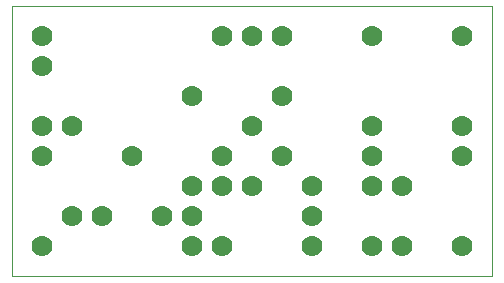
<source format=gtl>
G75*
%MOIN*%
%OFA0B0*%
%FSLAX25Y25*%
%IPPOS*%
%LPD*%
%AMOC8*
5,1,8,0,0,1.08239X$1,22.5*
%
%ADD10C,0.00000*%
%ADD11C,0.07000*%
D10*
X0001000Y0001000D02*
X0001000Y0091000D01*
X0161000Y0091000D01*
X0161000Y0001000D01*
X0001000Y0001000D01*
D11*
X0011000Y0011000D03*
X0021000Y0021000D03*
X0031000Y0021000D03*
X0051000Y0021000D03*
X0061000Y0021000D03*
X0061000Y0011000D03*
X0071000Y0011000D03*
X0071000Y0031000D03*
X0061000Y0031000D03*
X0071000Y0041000D03*
X0081000Y0031000D03*
X0091000Y0041000D03*
X0101000Y0031000D03*
X0101000Y0021000D03*
X0101000Y0011000D03*
X0121000Y0011000D03*
X0131000Y0011000D03*
X0151000Y0011000D03*
X0131000Y0031000D03*
X0121000Y0031000D03*
X0121000Y0041000D03*
X0121000Y0051000D03*
X0091000Y0061000D03*
X0081000Y0051000D03*
X0061000Y0061000D03*
X0071000Y0081000D03*
X0081000Y0081000D03*
X0091000Y0081000D03*
X0121000Y0081000D03*
X0151000Y0081000D03*
X0151000Y0051000D03*
X0151000Y0041000D03*
X0041000Y0041000D03*
X0021000Y0051000D03*
X0011000Y0051000D03*
X0011000Y0041000D03*
X0011000Y0071000D03*
X0011000Y0081000D03*
M02*

</source>
